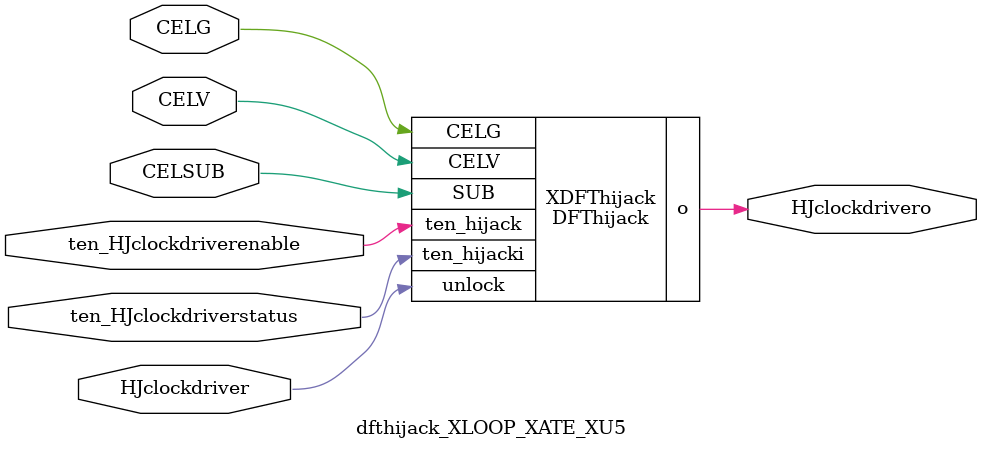
<source format=v>


module DFThijack ( o, CELG, CELV, SUB, ten_hijack, ten_hijacki, unlock );

  input CELV;
  input ten_hijack;
  input ten_hijacki;
  input unlock;
  output o;
  input SUB;
  input CELG;
endmodule


module dfthijack_XLOOP_XATE_XU5 (HJclockdrivero,CELG,CELV,CELSUB,ten_HJclockdriverenable,ten_HJclockdriverstatus,HJclockdriver);
output  HJclockdrivero;
input  CELG;
input  CELV;
input  CELSUB;
input  ten_HJclockdriverenable;
input  ten_HJclockdriverstatus;
input  HJclockdriver;

DFThijack XDFThijack(
  .o (HJclockdrivero),
  .CELG (CELG),
  .CELV (CELV),
  .SUB (CELSUB),
  .ten_hijack (ten_HJclockdriverenable),
  .ten_hijacki (ten_HJclockdriverstatus),
  .unlock (HJclockdriver)
);

endmodule


</source>
